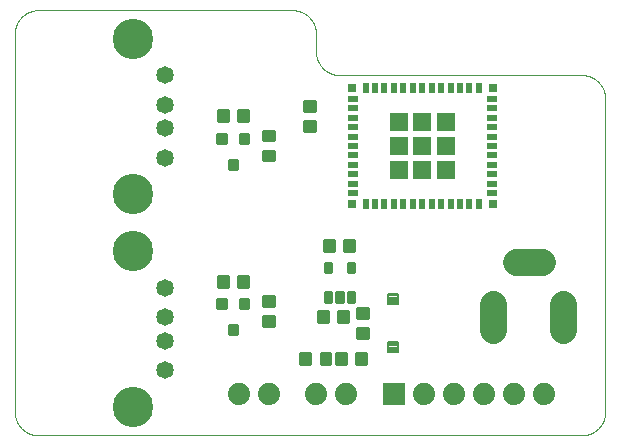
<source format=gts>
G75*
%MOIN*%
%OFA0B0*%
%FSLAX25Y25*%
%IPPOS*%
%LPD*%
%AMOC8*
5,1,8,0,0,1.08239X$1,22.5*
%
%ADD10C,0.00000*%
%ADD11C,0.01388*%
%ADD12C,0.01171*%
%ADD13R,0.03156X0.03156*%
%ADD14R,0.01975X0.03550*%
%ADD15R,0.03550X0.01975*%
%ADD16R,0.06109X0.06109*%
%ADD17R,0.07400X0.07400*%
%ADD18C,0.07400*%
%ADD19C,0.13455*%
%ADD20C,0.05833*%
%ADD21C,0.09061*%
%ADD22C,0.01105*%
%ADD23C,0.00749*%
D10*
X0072397Y0058146D02*
X0253499Y0058146D01*
X0253689Y0058148D01*
X0253879Y0058155D01*
X0254069Y0058167D01*
X0254259Y0058183D01*
X0254448Y0058203D01*
X0254637Y0058229D01*
X0254825Y0058258D01*
X0255012Y0058293D01*
X0255198Y0058332D01*
X0255383Y0058375D01*
X0255568Y0058423D01*
X0255751Y0058475D01*
X0255932Y0058531D01*
X0256112Y0058592D01*
X0256291Y0058658D01*
X0256468Y0058727D01*
X0256644Y0058801D01*
X0256817Y0058879D01*
X0256989Y0058962D01*
X0257158Y0059048D01*
X0257326Y0059138D01*
X0257491Y0059233D01*
X0257654Y0059331D01*
X0257814Y0059434D01*
X0257972Y0059540D01*
X0258127Y0059650D01*
X0258280Y0059763D01*
X0258430Y0059881D01*
X0258576Y0060002D01*
X0258720Y0060126D01*
X0258861Y0060254D01*
X0258999Y0060385D01*
X0259134Y0060520D01*
X0259265Y0060658D01*
X0259393Y0060799D01*
X0259517Y0060943D01*
X0259638Y0061089D01*
X0259756Y0061239D01*
X0259869Y0061392D01*
X0259979Y0061547D01*
X0260085Y0061705D01*
X0260188Y0061865D01*
X0260286Y0062028D01*
X0260381Y0062193D01*
X0260471Y0062361D01*
X0260557Y0062530D01*
X0260640Y0062702D01*
X0260718Y0062875D01*
X0260792Y0063051D01*
X0260861Y0063228D01*
X0260927Y0063407D01*
X0260988Y0063587D01*
X0261044Y0063768D01*
X0261096Y0063951D01*
X0261144Y0064136D01*
X0261187Y0064321D01*
X0261226Y0064507D01*
X0261261Y0064694D01*
X0261290Y0064882D01*
X0261316Y0065071D01*
X0261336Y0065260D01*
X0261352Y0065450D01*
X0261364Y0065640D01*
X0261371Y0065830D01*
X0261373Y0066020D01*
X0261373Y0170350D01*
X0261371Y0170540D01*
X0261364Y0170730D01*
X0261352Y0170920D01*
X0261336Y0171110D01*
X0261316Y0171299D01*
X0261290Y0171488D01*
X0261261Y0171676D01*
X0261226Y0171863D01*
X0261187Y0172049D01*
X0261144Y0172234D01*
X0261096Y0172419D01*
X0261044Y0172602D01*
X0260988Y0172783D01*
X0260927Y0172963D01*
X0260861Y0173142D01*
X0260792Y0173319D01*
X0260718Y0173495D01*
X0260640Y0173668D01*
X0260557Y0173840D01*
X0260471Y0174009D01*
X0260381Y0174177D01*
X0260286Y0174342D01*
X0260188Y0174505D01*
X0260085Y0174665D01*
X0259979Y0174823D01*
X0259869Y0174978D01*
X0259756Y0175131D01*
X0259638Y0175281D01*
X0259517Y0175427D01*
X0259393Y0175571D01*
X0259265Y0175712D01*
X0259134Y0175850D01*
X0258999Y0175985D01*
X0258861Y0176116D01*
X0258720Y0176244D01*
X0258576Y0176368D01*
X0258430Y0176489D01*
X0258280Y0176607D01*
X0258127Y0176720D01*
X0257972Y0176830D01*
X0257814Y0176936D01*
X0257654Y0177039D01*
X0257491Y0177137D01*
X0257326Y0177232D01*
X0257158Y0177322D01*
X0256989Y0177408D01*
X0256817Y0177491D01*
X0256644Y0177569D01*
X0256468Y0177643D01*
X0256291Y0177712D01*
X0256112Y0177778D01*
X0255932Y0177839D01*
X0255751Y0177895D01*
X0255568Y0177947D01*
X0255383Y0177995D01*
X0255198Y0178038D01*
X0255012Y0178077D01*
X0254825Y0178112D01*
X0254637Y0178141D01*
X0254448Y0178167D01*
X0254259Y0178187D01*
X0254069Y0178203D01*
X0253879Y0178215D01*
X0253689Y0178222D01*
X0253499Y0178224D01*
X0172791Y0178224D01*
X0172601Y0178226D01*
X0172411Y0178233D01*
X0172221Y0178245D01*
X0172031Y0178261D01*
X0171842Y0178281D01*
X0171653Y0178307D01*
X0171465Y0178336D01*
X0171278Y0178371D01*
X0171092Y0178410D01*
X0170907Y0178453D01*
X0170722Y0178501D01*
X0170539Y0178553D01*
X0170358Y0178609D01*
X0170178Y0178670D01*
X0169999Y0178736D01*
X0169822Y0178805D01*
X0169646Y0178879D01*
X0169473Y0178957D01*
X0169301Y0179040D01*
X0169132Y0179126D01*
X0168964Y0179216D01*
X0168799Y0179311D01*
X0168636Y0179409D01*
X0168476Y0179512D01*
X0168318Y0179618D01*
X0168163Y0179728D01*
X0168010Y0179841D01*
X0167860Y0179959D01*
X0167714Y0180080D01*
X0167570Y0180204D01*
X0167429Y0180332D01*
X0167291Y0180463D01*
X0167156Y0180598D01*
X0167025Y0180736D01*
X0166897Y0180877D01*
X0166773Y0181021D01*
X0166652Y0181167D01*
X0166534Y0181317D01*
X0166421Y0181470D01*
X0166311Y0181625D01*
X0166205Y0181783D01*
X0166102Y0181943D01*
X0166004Y0182106D01*
X0165909Y0182271D01*
X0165819Y0182439D01*
X0165733Y0182608D01*
X0165650Y0182780D01*
X0165572Y0182953D01*
X0165498Y0183129D01*
X0165429Y0183306D01*
X0165363Y0183485D01*
X0165302Y0183665D01*
X0165246Y0183846D01*
X0165194Y0184029D01*
X0165146Y0184214D01*
X0165103Y0184399D01*
X0165064Y0184585D01*
X0165029Y0184772D01*
X0165000Y0184960D01*
X0164974Y0185149D01*
X0164954Y0185338D01*
X0164938Y0185528D01*
X0164926Y0185718D01*
X0164919Y0185908D01*
X0164917Y0186098D01*
X0164917Y0192004D01*
X0164915Y0192194D01*
X0164908Y0192384D01*
X0164896Y0192574D01*
X0164880Y0192764D01*
X0164860Y0192953D01*
X0164834Y0193142D01*
X0164805Y0193330D01*
X0164770Y0193517D01*
X0164731Y0193703D01*
X0164688Y0193888D01*
X0164640Y0194073D01*
X0164588Y0194256D01*
X0164532Y0194437D01*
X0164471Y0194617D01*
X0164405Y0194796D01*
X0164336Y0194973D01*
X0164262Y0195149D01*
X0164184Y0195322D01*
X0164101Y0195494D01*
X0164015Y0195663D01*
X0163925Y0195831D01*
X0163830Y0195996D01*
X0163732Y0196159D01*
X0163629Y0196319D01*
X0163523Y0196477D01*
X0163413Y0196632D01*
X0163300Y0196785D01*
X0163182Y0196935D01*
X0163061Y0197081D01*
X0162937Y0197225D01*
X0162809Y0197366D01*
X0162678Y0197504D01*
X0162543Y0197639D01*
X0162405Y0197770D01*
X0162264Y0197898D01*
X0162120Y0198022D01*
X0161974Y0198143D01*
X0161824Y0198261D01*
X0161671Y0198374D01*
X0161516Y0198484D01*
X0161358Y0198590D01*
X0161198Y0198693D01*
X0161035Y0198791D01*
X0160870Y0198886D01*
X0160702Y0198976D01*
X0160533Y0199062D01*
X0160361Y0199145D01*
X0160188Y0199223D01*
X0160012Y0199297D01*
X0159835Y0199366D01*
X0159656Y0199432D01*
X0159476Y0199493D01*
X0159295Y0199549D01*
X0159112Y0199601D01*
X0158927Y0199649D01*
X0158742Y0199692D01*
X0158556Y0199731D01*
X0158369Y0199766D01*
X0158181Y0199795D01*
X0157992Y0199821D01*
X0157803Y0199841D01*
X0157613Y0199857D01*
X0157423Y0199869D01*
X0157233Y0199876D01*
X0157043Y0199878D01*
X0072397Y0199878D01*
X0072207Y0199876D01*
X0072017Y0199869D01*
X0071827Y0199857D01*
X0071637Y0199841D01*
X0071448Y0199821D01*
X0071259Y0199795D01*
X0071071Y0199766D01*
X0070884Y0199731D01*
X0070698Y0199692D01*
X0070513Y0199649D01*
X0070328Y0199601D01*
X0070145Y0199549D01*
X0069964Y0199493D01*
X0069784Y0199432D01*
X0069605Y0199366D01*
X0069428Y0199297D01*
X0069252Y0199223D01*
X0069079Y0199145D01*
X0068907Y0199062D01*
X0068738Y0198976D01*
X0068570Y0198886D01*
X0068405Y0198791D01*
X0068242Y0198693D01*
X0068082Y0198590D01*
X0067924Y0198484D01*
X0067769Y0198374D01*
X0067616Y0198261D01*
X0067466Y0198143D01*
X0067320Y0198022D01*
X0067176Y0197898D01*
X0067035Y0197770D01*
X0066897Y0197639D01*
X0066762Y0197504D01*
X0066631Y0197366D01*
X0066503Y0197225D01*
X0066379Y0197081D01*
X0066258Y0196935D01*
X0066140Y0196785D01*
X0066027Y0196632D01*
X0065917Y0196477D01*
X0065811Y0196319D01*
X0065708Y0196159D01*
X0065610Y0195996D01*
X0065515Y0195831D01*
X0065425Y0195663D01*
X0065339Y0195494D01*
X0065256Y0195322D01*
X0065178Y0195149D01*
X0065104Y0194973D01*
X0065035Y0194796D01*
X0064969Y0194617D01*
X0064908Y0194437D01*
X0064852Y0194256D01*
X0064800Y0194073D01*
X0064752Y0193888D01*
X0064709Y0193703D01*
X0064670Y0193517D01*
X0064635Y0193330D01*
X0064606Y0193142D01*
X0064580Y0192953D01*
X0064560Y0192764D01*
X0064544Y0192574D01*
X0064532Y0192384D01*
X0064525Y0192194D01*
X0064523Y0192004D01*
X0064523Y0066020D01*
X0064525Y0065830D01*
X0064532Y0065640D01*
X0064544Y0065450D01*
X0064560Y0065260D01*
X0064580Y0065071D01*
X0064606Y0064882D01*
X0064635Y0064694D01*
X0064670Y0064507D01*
X0064709Y0064321D01*
X0064752Y0064136D01*
X0064800Y0063951D01*
X0064852Y0063768D01*
X0064908Y0063587D01*
X0064969Y0063407D01*
X0065035Y0063228D01*
X0065104Y0063051D01*
X0065178Y0062875D01*
X0065256Y0062702D01*
X0065339Y0062530D01*
X0065425Y0062361D01*
X0065515Y0062193D01*
X0065610Y0062028D01*
X0065708Y0061865D01*
X0065811Y0061705D01*
X0065917Y0061547D01*
X0066027Y0061392D01*
X0066140Y0061239D01*
X0066258Y0061089D01*
X0066379Y0060943D01*
X0066503Y0060799D01*
X0066631Y0060658D01*
X0066762Y0060520D01*
X0066897Y0060385D01*
X0067035Y0060254D01*
X0067176Y0060126D01*
X0067320Y0060002D01*
X0067466Y0059881D01*
X0067616Y0059763D01*
X0067769Y0059650D01*
X0067924Y0059540D01*
X0068082Y0059434D01*
X0068242Y0059331D01*
X0068405Y0059233D01*
X0068570Y0059138D01*
X0068738Y0059048D01*
X0068907Y0058962D01*
X0069079Y0058879D01*
X0069252Y0058801D01*
X0069428Y0058727D01*
X0069605Y0058658D01*
X0069784Y0058592D01*
X0069964Y0058531D01*
X0070145Y0058475D01*
X0070328Y0058423D01*
X0070513Y0058375D01*
X0070698Y0058332D01*
X0070884Y0058293D01*
X0071071Y0058258D01*
X0071259Y0058229D01*
X0071448Y0058203D01*
X0071637Y0058183D01*
X0071827Y0058167D01*
X0072017Y0058155D01*
X0072207Y0058148D01*
X0072397Y0058146D01*
D11*
X0132537Y0110998D02*
X0135485Y0110998D01*
X0135485Y0107656D01*
X0132537Y0107656D01*
X0132537Y0110998D01*
X0132537Y0108975D02*
X0135485Y0108975D01*
X0135485Y0110294D02*
X0132537Y0110294D01*
X0139230Y0110998D02*
X0142178Y0110998D01*
X0142178Y0107656D01*
X0139230Y0107656D01*
X0139230Y0110998D01*
X0139230Y0108975D02*
X0142178Y0108975D01*
X0142178Y0110294D02*
X0139230Y0110294D01*
X0150840Y0104305D02*
X0150840Y0101357D01*
X0147498Y0101357D01*
X0147498Y0104305D01*
X0150840Y0104305D01*
X0150840Y0102676D02*
X0147498Y0102676D01*
X0147498Y0103995D02*
X0150840Y0103995D01*
X0150840Y0097612D02*
X0150840Y0094664D01*
X0147498Y0094664D01*
X0147498Y0097612D01*
X0150840Y0097612D01*
X0150840Y0095983D02*
X0147498Y0095983D01*
X0147498Y0097302D02*
X0150840Y0097302D01*
X0166002Y0099187D02*
X0168950Y0099187D01*
X0168950Y0095845D01*
X0166002Y0095845D01*
X0166002Y0099187D01*
X0166002Y0097164D02*
X0168950Y0097164D01*
X0168950Y0098483D02*
X0166002Y0098483D01*
X0172695Y0099187D02*
X0175643Y0099187D01*
X0175643Y0095845D01*
X0172695Y0095845D01*
X0172695Y0099187D01*
X0172695Y0097164D02*
X0175643Y0097164D01*
X0175643Y0098483D02*
X0172695Y0098483D01*
X0178994Y0097420D02*
X0178994Y0100368D01*
X0182336Y0100368D01*
X0182336Y0097420D01*
X0178994Y0097420D01*
X0178994Y0098739D02*
X0182336Y0098739D01*
X0182336Y0100058D02*
X0178994Y0100058D01*
X0178994Y0093675D02*
X0178994Y0090727D01*
X0178994Y0093675D02*
X0182336Y0093675D01*
X0182336Y0090727D01*
X0178994Y0090727D01*
X0178994Y0092046D02*
X0182336Y0092046D01*
X0182336Y0093365D02*
X0178994Y0093365D01*
X0178600Y0085407D02*
X0181548Y0085407D01*
X0181548Y0082065D01*
X0178600Y0082065D01*
X0178600Y0085407D01*
X0178600Y0083384D02*
X0181548Y0083384D01*
X0181548Y0084703D02*
X0178600Y0084703D01*
X0174855Y0085407D02*
X0171907Y0085407D01*
X0174855Y0085407D02*
X0174855Y0082065D01*
X0171907Y0082065D01*
X0171907Y0085407D01*
X0171907Y0083384D02*
X0174855Y0083384D01*
X0174855Y0084703D02*
X0171907Y0084703D01*
X0169737Y0082065D02*
X0166789Y0082065D01*
X0166789Y0085407D01*
X0169737Y0085407D01*
X0169737Y0082065D01*
X0169737Y0083384D02*
X0166789Y0083384D01*
X0166789Y0084703D02*
X0169737Y0084703D01*
X0163044Y0082065D02*
X0160096Y0082065D01*
X0160096Y0085407D01*
X0163044Y0085407D01*
X0163044Y0082065D01*
X0163044Y0083384D02*
X0160096Y0083384D01*
X0160096Y0084703D02*
X0163044Y0084703D01*
X0167970Y0119467D02*
X0170918Y0119467D01*
X0167970Y0119467D02*
X0167970Y0122809D01*
X0170918Y0122809D01*
X0170918Y0119467D01*
X0170918Y0120786D02*
X0167970Y0120786D01*
X0167970Y0122105D02*
X0170918Y0122105D01*
X0174663Y0119467D02*
X0177611Y0119467D01*
X0174663Y0119467D02*
X0174663Y0122809D01*
X0177611Y0122809D01*
X0177611Y0119467D01*
X0177611Y0120786D02*
X0174663Y0120786D01*
X0174663Y0122105D02*
X0177611Y0122105D01*
X0150840Y0149782D02*
X0150840Y0152730D01*
X0150840Y0149782D02*
X0147498Y0149782D01*
X0147498Y0152730D01*
X0150840Y0152730D01*
X0150840Y0151101D02*
X0147498Y0151101D01*
X0147498Y0152420D02*
X0150840Y0152420D01*
X0150840Y0156475D02*
X0150840Y0159423D01*
X0150840Y0156475D02*
X0147498Y0156475D01*
X0147498Y0159423D01*
X0150840Y0159423D01*
X0150840Y0157794D02*
X0147498Y0157794D01*
X0147498Y0159113D02*
X0150840Y0159113D01*
X0142178Y0166116D02*
X0139230Y0166116D01*
X0142178Y0166116D02*
X0142178Y0162774D01*
X0139230Y0162774D01*
X0139230Y0166116D01*
X0139230Y0164093D02*
X0142178Y0164093D01*
X0142178Y0165412D02*
X0139230Y0165412D01*
X0135485Y0166116D02*
X0132537Y0166116D01*
X0135485Y0166116D02*
X0135485Y0162774D01*
X0132537Y0162774D01*
X0132537Y0166116D01*
X0132537Y0164093D02*
X0135485Y0164093D01*
X0135485Y0165412D02*
X0132537Y0165412D01*
X0161277Y0166317D02*
X0161277Y0169265D01*
X0164619Y0169265D01*
X0164619Y0166317D01*
X0161277Y0166317D01*
X0161277Y0167636D02*
X0164619Y0167636D01*
X0164619Y0168955D02*
X0161277Y0168955D01*
X0161277Y0162572D02*
X0161277Y0159624D01*
X0161277Y0162572D02*
X0164619Y0162572D01*
X0164619Y0159624D01*
X0161277Y0159624D01*
X0161277Y0160943D02*
X0164619Y0160943D01*
X0164619Y0162262D02*
X0161277Y0162262D01*
D12*
X0142288Y0158351D02*
X0139908Y0158351D01*
X0142288Y0158351D02*
X0142288Y0155579D01*
X0139908Y0155579D01*
X0139908Y0158351D01*
X0139908Y0156691D02*
X0142288Y0156691D01*
X0142288Y0157803D02*
X0139908Y0157803D01*
X0134807Y0158351D02*
X0132427Y0158351D01*
X0134807Y0158351D02*
X0134807Y0155579D01*
X0132427Y0155579D01*
X0132427Y0158351D01*
X0132427Y0156691D02*
X0134807Y0156691D01*
X0134807Y0157803D02*
X0132427Y0157803D01*
X0136168Y0149689D02*
X0138548Y0149689D01*
X0138548Y0146917D01*
X0136168Y0146917D01*
X0136168Y0149689D01*
X0136168Y0148029D02*
X0138548Y0148029D01*
X0138548Y0149141D02*
X0136168Y0149141D01*
X0134807Y0103232D02*
X0132427Y0103232D01*
X0134807Y0103232D02*
X0134807Y0100460D01*
X0132427Y0100460D01*
X0132427Y0103232D01*
X0132427Y0101572D02*
X0134807Y0101572D01*
X0134807Y0102684D02*
X0132427Y0102684D01*
X0139908Y0103232D02*
X0142288Y0103232D01*
X0142288Y0100460D01*
X0139908Y0100460D01*
X0139908Y0103232D01*
X0139908Y0101572D02*
X0142288Y0101572D01*
X0142288Y0102684D02*
X0139908Y0102684D01*
X0138548Y0094571D02*
X0136168Y0094571D01*
X0138548Y0094571D02*
X0138548Y0091799D01*
X0136168Y0091799D01*
X0136168Y0094571D01*
X0136168Y0092911D02*
X0138548Y0092911D01*
X0138548Y0094023D02*
X0136168Y0094023D01*
D13*
X0176924Y0135114D03*
X0223775Y0135114D03*
X0223775Y0174091D03*
X0176924Y0174091D03*
D14*
X0181452Y0173894D03*
X0184602Y0173894D03*
X0187751Y0173894D03*
X0190901Y0173894D03*
X0194050Y0173894D03*
X0197200Y0173894D03*
X0200350Y0173894D03*
X0203499Y0173894D03*
X0206649Y0173894D03*
X0209798Y0173894D03*
X0212948Y0173894D03*
X0216098Y0173894D03*
X0219247Y0173894D03*
X0219247Y0135311D03*
X0216098Y0135311D03*
X0212948Y0135311D03*
X0209798Y0135311D03*
X0206649Y0135311D03*
X0203499Y0135311D03*
X0200350Y0135311D03*
X0197200Y0135311D03*
X0194050Y0135311D03*
X0190901Y0135311D03*
X0187751Y0135311D03*
X0184602Y0135311D03*
X0181452Y0135311D03*
D15*
X0177121Y0138854D03*
X0177121Y0142004D03*
X0177121Y0145154D03*
X0177121Y0148303D03*
X0177121Y0151453D03*
X0177121Y0154602D03*
X0177121Y0157752D03*
X0177121Y0160902D03*
X0177121Y0164051D03*
X0177121Y0167201D03*
X0177121Y0170350D03*
X0223578Y0170350D03*
X0223578Y0167201D03*
X0223578Y0164051D03*
X0223578Y0160902D03*
X0223578Y0157752D03*
X0223578Y0154602D03*
X0223578Y0151453D03*
X0223578Y0148303D03*
X0223578Y0145154D03*
X0223578Y0142004D03*
X0223578Y0138854D03*
D16*
X0208224Y0146728D03*
X0200350Y0146728D03*
X0192476Y0146728D03*
X0192476Y0154602D03*
X0200350Y0154602D03*
X0208224Y0154602D03*
X0208224Y0162476D03*
X0200350Y0162476D03*
X0192476Y0162476D03*
D17*
X0191098Y0071925D03*
D18*
X0201098Y0071925D03*
X0211098Y0071925D03*
X0221098Y0071925D03*
X0231098Y0071925D03*
X0241098Y0071925D03*
X0174917Y0071925D03*
X0164917Y0071925D03*
X0149326Y0071925D03*
X0139326Y0071925D03*
D19*
X0103893Y0067713D03*
X0103893Y0119445D03*
X0103893Y0138579D03*
X0103893Y0190311D03*
D20*
X0114562Y0178224D03*
X0114562Y0168382D03*
X0114562Y0160508D03*
X0114562Y0150665D03*
X0114562Y0107358D03*
X0114562Y0097516D03*
X0114562Y0089642D03*
X0114562Y0079799D03*
D21*
X0223972Y0093185D02*
X0223972Y0101846D01*
X0231452Y0116020D02*
X0240113Y0116020D01*
X0247200Y0101846D02*
X0247200Y0093185D01*
D22*
X0177557Y0102593D02*
X0175505Y0102593D01*
X0175505Y0105825D01*
X0177557Y0105825D01*
X0177557Y0102593D01*
X0177557Y0103643D02*
X0175505Y0103643D01*
X0175505Y0104693D02*
X0177557Y0104693D01*
X0177557Y0105743D02*
X0175505Y0105743D01*
X0173817Y0102593D02*
X0171765Y0102593D01*
X0171765Y0105825D01*
X0173817Y0105825D01*
X0173817Y0102593D01*
X0173817Y0103643D02*
X0171765Y0103643D01*
X0171765Y0104693D02*
X0173817Y0104693D01*
X0173817Y0105743D02*
X0171765Y0105743D01*
X0170076Y0102593D02*
X0168024Y0102593D01*
X0168024Y0105825D01*
X0170076Y0105825D01*
X0170076Y0102593D01*
X0170076Y0103643D02*
X0168024Y0103643D01*
X0168024Y0104693D02*
X0170076Y0104693D01*
X0170076Y0105743D02*
X0168024Y0105743D01*
X0168024Y0112435D02*
X0170076Y0112435D01*
X0168024Y0112435D02*
X0168024Y0115667D01*
X0170076Y0115667D01*
X0170076Y0112435D01*
X0170076Y0113485D02*
X0168024Y0113485D01*
X0168024Y0114535D02*
X0170076Y0114535D01*
X0170076Y0115585D02*
X0168024Y0115585D01*
X0175505Y0112435D02*
X0177557Y0112435D01*
X0175505Y0112435D02*
X0175505Y0115667D01*
X0177557Y0115667D01*
X0177557Y0112435D01*
X0177557Y0113485D02*
X0175505Y0113485D01*
X0175505Y0114535D02*
X0177557Y0114535D01*
X0177557Y0115585D02*
X0175505Y0115585D01*
D23*
X0188811Y0105117D02*
X0188811Y0101923D01*
X0188811Y0105117D02*
X0192203Y0105117D01*
X0192203Y0101923D01*
X0188811Y0101923D01*
X0188811Y0102635D02*
X0192203Y0102635D01*
X0192203Y0103347D02*
X0188811Y0103347D01*
X0188811Y0104059D02*
X0192203Y0104059D01*
X0192203Y0104771D02*
X0188811Y0104771D01*
X0188811Y0089172D02*
X0188811Y0085978D01*
X0188811Y0089172D02*
X0192203Y0089172D01*
X0192203Y0085978D01*
X0188811Y0085978D01*
X0188811Y0086690D02*
X0192203Y0086690D01*
X0192203Y0087402D02*
X0188811Y0087402D01*
X0188811Y0088114D02*
X0192203Y0088114D01*
X0192203Y0088826D02*
X0188811Y0088826D01*
M02*

</source>
